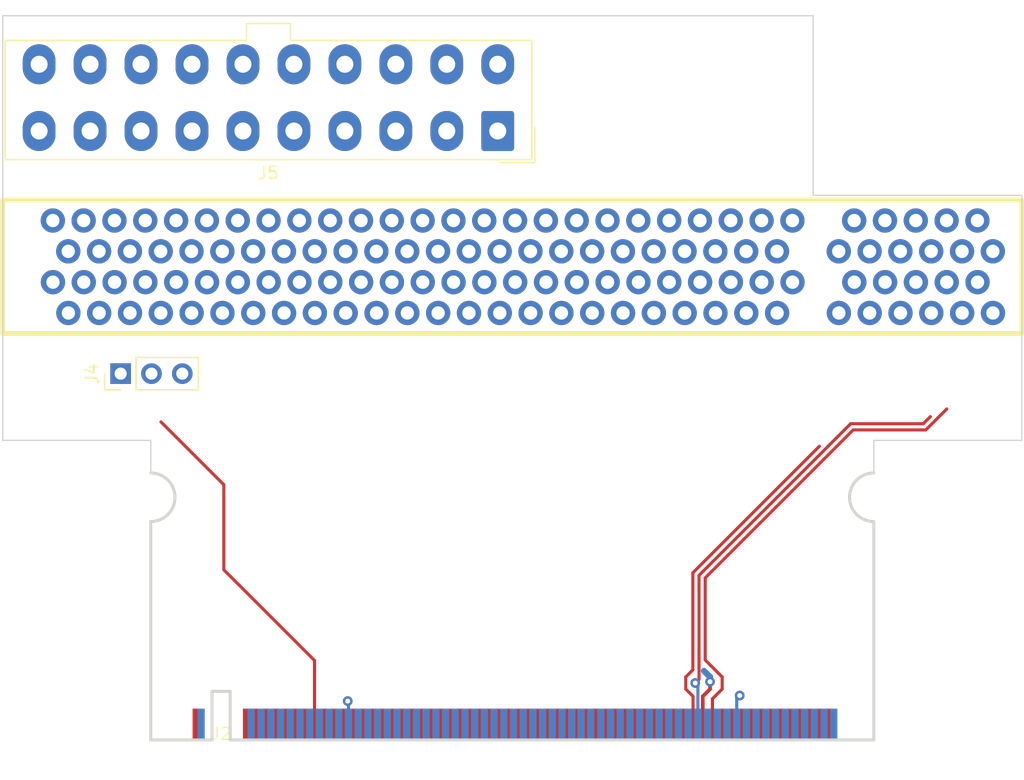
<source format=kicad_pcb>
(kicad_pcb (version 20221018) (generator pcbnew)
  (layers (0 "F.Cu" signal) (31 "B.Cu" signal) (34 "B.Paste" user) (35 "F.Paste" user) (36 "B.SilkS" user "B.Silkscreen") (37 "F.SilkS" user "F.Silkscreen") (38 "B.Mask" user) (39 "F.Mask" user) (44 "Edge.Cuts" user))
  (net 0 "")
  (net 1 "/-12V")
  (net 2 "/TCK")
  (net 3 "/GND")
  (net 4 "/TDO")
  (net 5 "/+5V")
  (net 6 "/INTB#")
  (net 7 "/INTD#")
  (net 8 "/PRSNT1#")
  (net 10 "/PRSNT2#")
  (net 12 "/CLK")
  (net 13 "/REQ#")
  (net 14 "/IOPWR")
  (net 15 "/AD31")
  (net 16 "/AD29")
  (net 17 "/AD27")
  (net 18 "/AD25")
  (net 19 "/+3.3V")
  (net 20 "/C{slash}BE3#")
  (net 21 "/AD23")
  (net 22 "/AD21")
  (net 23 "/AD19")
  (net 24 "/AD17")
  (net 25 "/C{slash}BE2#")
  (net 26 "/IRDY#")
  (net 27 "/DEVSEL#")
  (net 28 "/LOCK#")
  (net 29 "/PERR#")
  (net 30 "/SERR#")
  (net 31 "/C{slash}BE1#")
  (net 32 "/AD14")
  (net 33 "/AD12")
  (net 34 "/AD10")
  (net 35 "/M66EN")
  (net 36 "/AD08")
  (net 37 "/AD07")
  (net 38 "/AD05")
  (net 39 "/AD03")
  (net 40 "/AD01")
  (net 42 "/TRST#")
  (net 43 "/+12V")
  (net 44 "/TMS")
  (net 45 "/TDI")
  (net 46 "/INTA#")
  (net 47 "/INTC#")
  (net 50 "/+3.3VAUX")
  (net 51 "/RST#")
  (net 52 "/GNT#")
  (net 53 "/PME#")
  (net 54 "/AD30")
  (net 55 "/AD28")
  (net 56 "/AD26")
  (net 57 "/AD24")
  (net 58 "/IDSEL")
  (net 59 "/AD22")
  (net 60 "/AD20")
  (net 61 "/AD18")
  (net 62 "/AD16")
  (net 63 "/FRAME#")
  (net 64 "/TRDY#")
  (net 65 "/STOP#")
  (net 66 "/SMBCLK")
  (net 67 "/SMBDAT")
  (net 68 "/PAR")
  (net 69 "/AD15")
  (net 70 "/AD13")
  (net 71 "/AD11")
  (net 72 "/AD09")
  (net 73 "/C{slash}BE0#")
  (net 74 "/AD06")
  (net 75 "/AD04")
  (net 76 "/AD02")
  (net 77 "/AD00")
  (net 93 "/CHSGND")
  (net 100 "/3.3V")
  (net 104 "/CLKRUN#")
  (net 128 "/VCC5VA")
  (net 129 "/+5VMINI")
  (net 130 "/+5VMOLEX")
  (net 131 "Net-(J5-+3.3V-Pad1)")
  (net 134 "Net-(J5-GND-Pad13)")
  (net 135 "Net-(J5-+5V-Pad19)")
  (footprint "pci:5145154-1" (layer "F.Cu") (at 25 -39 180)
    (fp_text reference "J1" (at 0 -0.5 180 unlocked) (layer "F.SilkS") (effects (font (thickness 0.1))))
    (fp_text value "PCI")
    (fp_line (start -17 -5.5) (end -17 5.5) (stroke (width 0.4)) (layer "F.SilkS"))
    (fp_line (start -17 5.5) (end 67 5.5) (stroke (width 0.4)) (layer "F.SilkS"))
    (fp_line (start 67 -5.5) (end -17 -5.5) (stroke (width 0.4)) (layer "F.SilkS"))
    (fp_line (start 67 5.5) (end 67 -5.5) (stroke (width 0.4)) (layer "F.SilkS"))
    (pad "" np_thru_hole circle (at 0 0 180) (size 2.5 2.5) (drill 2.5) (layers "F&B.Cu" "*.Mask"))
    (pad "" np_thru_hole circle (at 64.77 0 180) (size 2.5 2.5) (drill 2.5) (layers "F&B.Cu" "*.Mask"))
    (pad "1" thru_hole circle (at 62.87 3.81 180) (size 2 2) (drill 1.1) (layers "*.Cu" "*.Mask") (net 1 "/-12V"))
    (pad "2" thru_hole circle (at 61.6 1.27 180) (size 2 2) (drill 1.1) (layers "*.Cu" "*.Mask") (net 2 "/TCK"))
    (pad "3" thru_hole circle (at 60.33 3.81 180) (size 2 2) (drill 1.1) (layers "*.Cu" "*.Mask") (net 3 "/GND"))
    (pad "4" thru_hole circle (at 59.06 1.27 180) (size 2 2) (drill 1.1) (layers "*.Cu" "*.Mask") (net 4 "/TDO"))
    (pad "5" thru_hole circle (at 57.79 3.81 180) (size 2 2) (drill 1.1) (layers "*.Cu" "*.Mask") (net 5 "/+5V"))
    (pad "6" thru_hole circle (at 56.52 1.27 180) (size 2 2) (drill 1.1) (layers "*.Cu" "*.Mask") (net 5 "/+5V"))
    (pad "7" thru_hole circle (at 55.25 3.81 180) (size 2 2) (drill 1.1) (layers "*.Cu" "*.Mask") (net 6 "/INTB#"))
    (pad "8" thru_hole circle (at 53.98 1.27 180) (size 2 2) (drill 1.1) (layers "*.Cu" "*.Mask") (net 7 "/INTD#"))
    (pad "9" thru_hole circle (at 52.71 3.81 180) (size 2 2) (drill 1.1) (layers "*.Cu" "*.Mask") (net 8 "/PRSNT1#"))
    (pad "10" thru_hole circle (at 51.44 1.27 180) (size 2 2) (drill 1.1) (layers "*.Cu" "*.Mask"))
    (pad "11" thru_hole circle (at 50.17 3.81 180) (size 2 2) (drill 1.1) (layers "*.Cu" "*.Mask") (net 10 "/PRSNT2#"))
    (pad "12" thru_hole circle (at 48.9 1.27 180) (size 2 2) (drill 1.1) (layers "*.Cu" "*.Mask") (net 3 "/GND"))
    (pad "13" thru_hole circle (at 47.63 3.81 180) (size 2 2) (drill 1.1) (layers "*.Cu" "*.Mask") (net 3 "/GND"))
    (pad "14" thru_hole circle (at 46.36 1.27 180) (size 2 2) (drill 1.1) (layers "*.Cu" "*.Mask"))
    (pad "15" thru_hole circle (at 45.09 3.81 180) (size 2 2) (drill 1.1) (layers "*.Cu" "*.Mask") (net 3 "/GND"))
    (pad "16" thru_hole circle (at 43.82 1.27 180) (size 2 2) (drill 1.1) (layers "*.Cu" "*.Mask") (net 12 "/CLK"))
    (pad "17" thru_hole circle (at 42.55 3.81 180) (size 2 2) (drill 1.1) (layers "*.Cu" "*.Mask") (net 3 "/GND"))
    (pad "18" thru_hole circle (at 41.28 1.27 180) (size 2 2) (drill 1.1) (layers "*.Cu" "*.Mask") (net 13 "/REQ#"))
    (pad "19" thru_hole circle (at 40.01 3.81 180) (size 2 2) (drill 1.1) (layers "*.Cu" "*.Mask") (net 14 "/IOPWR"))
    (pad "20" thru_hole circle (at 38.74 1.27 180) (size 2 2) (drill 1.1) (layers "*.Cu" "*.Mask") (net 15 "/AD31"))
    (pad "21" thru_hole circle (at 37.47 3.81 180) (size 2 2) (drill 1.1) (layers "*.Cu" "*.Mask") (net 16 "/AD29"))
    (pad "22" thru_hole circle (at 36.2 1.27 180) (size 2 2) (drill 1.1) (layers "*.Cu" "*.Mask") (net 3 "/GND"))
    (pad "23" thru_hole circle (at 34.93 3.81 180) (size 2 2) (drill 1.1) (layers "*.Cu" "*.Mask") (net 17 "/AD27"))
    (pad "24" thru_hole circle (at 33.66 1.27 180) (size 2 2) (drill 1.1) (layers "*.Cu" "*.Mask") (net 18 "/AD25"))
    (pad "25" thru_hole circle (at 32.39 3.81 180) (size 2 2) (drill 1.1) (layers "*.Cu" "*.Mask") (net 19 "/+3.3V"))
    (pad "26" thru_hole circle (at 31.12 1.27 180) (size 2 2) (drill 1.1) (layers "*.Cu" "*.Mask") (net 20 "/C{slash}BE3#"))
    (pad "27" thru_hole circle (at 29.85 3.81 180) (size 2 2) (drill 1.1) (layers "*.Cu" "*.Mask") (net 21 "/AD23"))
    (pad "28" thru_hole circle (at 28.58 1.27 180) (size 2 2) (drill 1.1) (layers "*.Cu" "*.Mask") (net 3 "/GND"))
    (pad "29" thru_hole circle (at 27.31 3.81 180) (size 2 2) (drill 1.1) (layers "*.Cu" "*.Mask") (net 22 "/AD21"))
    (pad "30" thru_hole circle (at 26.04 1.27 180) (size 2 2) (drill 1.1) (layers "*.Cu" "*.Mask") (net 23 "/AD19"))
    (pad "31" thru_hole circle (at 24.77 3.81 180) (size 2 2) (drill 1.1) (layers "*.Cu" "*.Mask") (net 19 "/+3.3V"))
    (pad "32" thru_hole circle (at 23.5 1.27 180) (size 2 2) (drill 1.1) (layers "*.Cu" "*.Mask") (net 24 "/AD17"))
    (pad "33" thru_hole circle (at 22.23 3.81 180) (size 2 2) (drill 1.1) (layers "*.Cu" "*.Mask") (net 25 "/C{slash}BE2#"))
    (pad "34" thru_hole circle (at 20.96 1.27 180) (size 2 2) (drill 1.1) (layers "*.Cu" "*.Mask") (net 3 "/GND"))
    (pad "35" thru_hole circle (at 19.69 3.81 180) (size 2 2) (drill 1.1) (layers "*.Cu" "*.Mask") (net 26 "/IRDY#"))
    (pad "36" thru_hole circle (at 18.42 1.27 180) (size 2 2) (drill 1.1) (layers "*.Cu" "*.Mask") (net 19 "/+3.3V"))
    (pad "37" thru_hole circle (at 17.15 3.81 180) (size 2 2) (drill 1.1) (layers "*.Cu" "*.Mask") (net 27 "/DEVSEL#"))
    (pad "38" thru_hole circle (at 15.88 1.27 180) (size 2 2) (drill 1.1) (layers "*.Cu" "*.Mask") (net 3 "/GND"))
    (pad "39" thru_hole circle (at 14.61 3.81 180) (size 2 2) (drill 1.1) (layers "*.Cu" "*.Mask") (net 28 "/LOCK#"))
    (pad "40" thru_hole circle (at 13.34 1.27 180) (size 2 2) (drill 1.1) (layers "*.Cu" "*.Mask") (net 29 "/PERR#"))
    (pad "41" thru_hole circle (at 12.07 3.81 180) (size 2 2) (drill 1.1) (layers "*.Cu" "*.Mask") (net 19 "/+3.3V"))
    (pad "42" thru_hole circle (at 10.8 1.27 180) (size 2 2) (drill 1.1) (layers "*.Cu" "*.Mask") (net 30 "/SERR#"))
    (pad "43" thru_hole circle (at 9.53 3.81 180) (size 2 2) (drill 1.1) (layers "*.Cu" "*.Mask") (net 19 "/+3.3V"))
    (pad "44" thru_hole circle (at 8.26 1.27 180) (size 2 2) (drill 1.1) (layers "*.Cu" "*.Mask") (net 31 "/C{slash}BE1#"))
    (pad "45" thru_hole circle (at 6.99 3.81 180) (size 2 2) (drill 1.1) (layers "*.Cu" "*.Mask") (net 32 "/AD14"))
    (pad "46" thru_hole circle (at 5.72 1.27 180) (size 2 2) (drill 1.1) (layers "*.Cu" "*.Mask") (net 3 "/GND"))
    (pad "47" thru_hole circle (at 4.45 3.81 180) (size 2 2) (drill 1.1) (layers "*.Cu" "*.Mask") (net 33 "/AD12"))
    (pad "48" thru_hole circle (at 3.18 1.27 180) (size 2 2) (drill 1.1) (layers "*.Cu" "*.Mask") (net 34 "/AD10"))
    (pad "49" thru_hole circle (at 1.91 3.81 180) (size 2 2) (drill 1.1) (layers "*.Cu" "*.Mask") (net 35 "/M66EN"))
    (pad "50" thru_hole circle (at -1.91 1.27 180) (size 2 2) (drill 1.1) (layers "*.Cu" "*.Mask") (net 36 "/AD08"))
    (pad "51" thru_hole circle (at -3.18 3.81 180) (size 2 2) (drill 1.1) (layers "*.Cu" "*.Mask") (net 37 "/AD07"))
    (pad "52" thru_hole circle (at -4.45 1.27 180) (size 2 2) (drill 1.1) (layers "*.Cu" "*.Mask") (net 19 "/+3.3V"))
    (pad "53" thru_hole circle (at -5.72 3.81 180) (size 2 2) (drill 1.1) (layers "*.Cu" "*.Mask") (net 38 "/AD05"))
    (pad "54" thru_hole circle (at -6.99 1.27 180) (size 2 2) (drill 1.1) (layers "*.Cu" "*.Mask") (net 39 "/AD03"))
    (pad "55" thru_hole circle (at -8.26 3.81 180) (size 2 2) (drill 1.1) (layers "*.Cu" "*.Mask") (net 3 "/GND"))
    (pad "56" thru_hole circle (at -9.53 1.27 180) (size 2 2) (drill 1.1) (layers "*.Cu" "*.Mask") (net 40 "/AD01"))
    (pad "57" thru_hole circle (at -10.8 3.81 180) (size 2 2) (drill 1.1) (layers "*.Cu" "*.Mask") (net 14 "/IOPWR"))
    (pad "58" thru_hole circle (at -12.07 1.27 180) (size 2 2) (drill 1.1) (layers "*.Cu" "*.Mask"))
    (pad "59" thru_hole circle (at -13.34 3.81 180) (size 2 2) (drill 1.1) (layers "*.Cu" "*.Mask") (net 5 "/+5V"))
    (pad "60" thru_hole circle (at -14.61 1.27 180) (size 2 2) (drill 1.1) (layers "*.Cu" "*.Mask") (net 5 "/+5V"))
    (pad "61" thru_hole circle (at 62.86 -1.27 180) (size 2 2) (drill 1.1) (layers "*.Cu" "*.Mask") (net 42 "/TRST#"))
    (pad "62" thru_hole circle (at 61.59 -3.81 180) (size 2 2) (drill 1.1) (layers "*.Cu" "*.Mask") (net 43 "/+12V"))
    (pad "63" thru_hole circle (at 60.32 -1.27 180) (size 2 2) (drill 1.1) (layers "*.Cu" "*.Mask") (net 44 "/TMS"))
    (pad "64" thru_hole circle (at 59.05 -3.81 180) (size 2 2) (drill 1.1) (layers "*.Cu" "*.Mask") (net 45 "/TDI"))
    (pad "65" thru_hole circle (at 57.78 -1.27 180) (size 2 2) (drill 1.1) (layers "*.Cu" "*.Mask") (net 5 "/+5V"))
    (pad "66" thru_hole circle (at 56.51 -3.81 180) (size 2 2) (drill 1.1) (layers "*.Cu" "*.Mask") (net 46 "/INTA#"))
    (pad "67" thru_hole circle (at 55.24 -1.27 180) (size 2 2) (drill 1.1) (layers "*.Cu" "*.Mask") (net 47 "/INTC#"))
    (pad "68" thru_hole circle (at 53.97 -3.81 180) (size 2 2) (drill 1.1) (layers "*.Cu" "*.Mask") (net 5 "/+5V"))
    (pad "69" thru_hole circle (at 52.7 -1.27 180) (size 2 2) (drill 1.1) (layers "*.Cu" "*.Mask"))
    (pad "70" thru_hole circle (at 51.43 -3.81 180) (size 2 2) (drill 1.1) (layers "*.Cu" "*.Mask") (net 14 "/IOPWR"))
    (pad "71" thru_hole circle (at 50.16 -1.27 180) (size 2 2) (drill 1.1) (layers "*.Cu" "*.Mask"))
    (pad "72" thru_hole circle (at 48.89 -3.81 180) (size 2 2) (drill 1.1) (layers "*.Cu" "*.Mask") (net 3 "/GND"))
    (pad "73" thru_hole circle (at 47.62 -1.27 180) (size 2 2) (drill 1.1) (layers "*.Cu" "*.Mask") (net 3 "/GND"))
    (pad "74" thru_hole circle (at 46.35 -3.81 180) (size 2 2) (drill 1.1) (layers "*.Cu" "*.Mask") (net 50 "/+3.3VAUX"))
    (pad "75" thru_hole circle (at 45.08 -1.27 180) (size 2 2) (drill 1.1) (layers "*.Cu" "*.Mask") (net 51 "/RST#"))
    (pad "76" thru_hole circle (at 43.81 -3.81 180) (size 2 2) (drill 1.1) (layers "*.Cu" "*.Mask") (net 14 "/IOPWR"))
    (pad "77" thru_hole circle (at 42.54 -1.27 180) (size 2 2) (drill 1.1) (layers "*.Cu" "*.Mask") (net 52 "/GNT#"))
    (pad "78" thru_hole circle (at 41.27 -3.81 180) (size 2 2) (drill 1.1) (layers "*.Cu" "*.Mask") (net 3 "/GND"))
    (pad "79" thru_hole circle (at 40 -1.27 180) (size 2 2) (drill 1.1) (layers "*.Cu" "*.Mask") (net 53 "/PME#"))
    (pad "80" thru_hole circle (at 38.73 -3.81 180) (size 2 2) (drill 1.1) (layers "*.Cu" "*.Mask") (net 54 "/AD30"))
    (pad "81" thru_hole circle (at 37.46 -1.27 180) (size 2 2) (drill 1.1) (layers "*.Cu" "*.Mask") (net 19 "/+3.3V"))
    (pad "82" thru_hole circle (at 36.19 -3.81 180) (size 2 2) (drill 1.1) (layers "*.Cu" "*.Mask") (net 55 "/AD28"))
    (pad "83" thru_hole circle (at 34.92 -1.27 180) (size 2 2) (drill 1.1) (layers "*.Cu" "*.Mask") (net 56 "/AD26"))
    (pad "84" thru_hole circle (at 33.65 -3.81 180) (size 2 2) (drill 1.1) (layers "*.Cu" "*.Mask") (net 3 "/GND"))
    (pad "85" thru_hole circle (at 32.38 -1.27 180) (size 2 2) (drill 1.1) (layers "*.Cu" "*.Mask") (net 57 "/AD24"))
    (pad "86" thru_hole circle (at 31.11 -3.81 180) (size 2 2) (drill 1.1) (layers "*.Cu" "*.Mask") (net 58 "/IDSEL"))
    (pad "87" thru_hole circle (at 29.84 -1.27 180) (size 2 2) (drill 1.1) (layers "*.Cu" "*.Mask") (net 19 "/+3.3V"))
    (pad "88" thru_hole circle (at 28.57 -3.81 180) (size 2 2) (drill 1.1) (layers "*.Cu" "*.Mask") (net 59 "/AD22"))
    (pad "89" thru_hole circle (at 27.3 -1.27 180) (size 2 2) (drill 1.1) (layers "*.Cu" "*.Mask") (net 60 "/AD20"))
    (pad "90" thru_hole circle (at 26.03 -3.81 180) (size 2 2) (drill 1.1) (layers "*.Cu" "*.Mask") (net 3 "/GND"))
    (pad "91" thru_hole circle (at 24.76 -1.27 180) (size 2 2) (drill 1.1) (layers "*.Cu" "*.Mask") (net 61 "/AD18"))
    (pad "92" thru_hole circle (at 23.49 -3.81 180) (size 2 2) (drill 1.1) (layers "*.Cu" "*.Mask") (net 62 "/AD16"))
    (pad "93" thru_hole circle (at 22.22 -1.27 180) (size 2 2) (drill 1.1) (layers "*.Cu" "*.Mask") (net 19 "/+3.3V"))
    (pad "94" thru_hole circle (at 20.95 -3.81 180) (size 2 2) (drill 1.1) (layers "*.Cu" "*.Mask") (net 63 "/FRAME#"))
    (pad "95" thru_hole circle (at 19.68 -1.27 180) (size 2 2) (drill 1.1) (layers "*.Cu" "*.Mask") (net 3 "/GND"))
    (pad "96" thru_hole circle (at 18.41 -3.81 180) (size 2 2) (drill 1.1) (layers "*.Cu" "*.Mask") (net 64 "/TRDY#"))
    (pad "97" thru_hole circle (at 17.14 -1.27 180) (size 2 2) (drill 1.1) (layers "*.Cu" "*.Mask") (net 3 "/GND"))
    (pad "98" thru_hole circle (at 15.87 -3.81 180) (size 2 2) (drill 1.1) (layers "*.Cu" "*.Mask") (net 65 "/STOP#"))
    (pad "99" thru_hole circle (at 14.6 -1.27 180) (size 2 2) (drill 1.1) (layers "*.Cu" "*.Mask") (net 19 "/+3.3V"))
    (pad "100" thru_hole circle (at 13.33 -3.81 180) (size 2 2) (drill 1.1) (layers "*.Cu" "*.Mask") (net 66 "/SMBCLK"))
    (pad "101" thru_hole circle (at 12.06 -1.27 180) (size 2 2) (drill 1.1) (layers "*.Cu" "*.Mask") (net 67 "/SMBDAT"))
    (pad "102" thru_hole circle (at 10.79 -3.81 180) (size 2 2) (drill 1.1) (layers "*.Cu" "*.Mask") (net 3 "/GND"))
    (pad "103" thru_hole circle (at 9.52 -1.27 180) (size 2 2) (drill 1.1) (layers "*.Cu" "*.Mask") (net 68 "/PAR"))
    (pad "104" thru_hole circle (at 8.25 -3.81 180) (size 2 2) (drill 1.1) (layers "*.Cu" "*.Mask") (net 69 "/AD15"))
    (pad "105" thru_hole circle (at 6.98 -1.27 180) (size 2 2) (drill 1.1) (layers "*.Cu" "*.Mask") (net 19 "/+3.3V"))
    (pad "106" thru_hole circle (at 5.71 -3.81 180) (size 2 2) (drill 1.1) (layers "*.Cu" "*.Mask") (net 70 "/AD13"))
    (pad "107" thru_hole circle (at 4.44 -1.27 180) (size 2 2) (drill 1.1) (layers "*.Cu" "*.Mask") (net 71 "/AD11"))
    (pad "108" thru_hole circle (at 3.17 -3.81 180) (size 2 2) (drill 1.1) (layers "*.Cu" "*.Mask") (net 3 "/GND"))
    (pad "109" thru_hole circle (at 1.9 -1.27 180) (size 2 2) (drill 1.1) (layers "*.Cu" "*.Mask") (net 72 "/AD09"))
    (pad "110" thru_hole circle (at -1.92 -3.81 180) (size 2 2) (drill 1.1) (layers "*.Cu" "*.Mask") (net 73 "/C{slash}BE0#"))
    (pad "111" thru_hole circle (at -3.19 -1.27 180) (size 2 2) (drill 1.1) (layers "*.Cu" "*.Mask") (net 19 "/+3.3V"))
    (pad "112" thru_hole circle (at -4.46 -3.81 180) (size 2 2) (drill 1.1) (layers "*.Cu" "*.Mask") (net 74 "/AD06"))
    (pad "113" thru_hole circle (at -5.73 -1.27 180) (size 2 2) (drill 1.1) (layers "*.Cu" "*.Mask") (net 75 "/AD04"))
    (pad "114" thru_hole circle (at -7 -3.81 180) (size 2 2) (drill 1.1) (layers "*.Cu" "*.Mask") (net 3 "/GND"))
    (pad "115" thru_hole circle (at -8.27 -1.27 180) (size 2 2) (drill 1.1) (layers "*.Cu" "*.Mask") (net 76 "/AD02"))
    (pad "116" thru_hole circle (at -9.54 -3.81 180) (size 2 2) (drill 1.1) (layers "*.Cu" "*.Mask") (net 77 "/AD00"))
    (pad "117" thru_hole circle (at -10.81 -1.27 180) (size 2 2) (drill 1.1) (layers "*.Cu" "*.Mask") (net 14 "/IOPWR"))
    (pad "118" thru_hole circle (at -12.08 -3.81 180) (size 2 2) (drill 1.1) (layers "*.Cu" "*.Mask"))
    (pad "119" thru_hole circle (at -13.35 -1.27 180) (size 2 2) (drill 1.1) (layers "*.Cu" "*.Mask") (net 5 "/+5V"))
    (pad "120" thru_hole circle (at -14.62 -3.81 180) (size 2 2) (drill 1.1) (layers "*.Cu" "*.Mask") (net 5 "/+5V"))
  )
  (footprint "pci:minipci" (layer "F.Cu") (at -24 0)
    (fp_text reference "J2" (at 0 -0.5 unlocked) (layer "F.SilkS") (effects (font (thickness 0.1))))
    (fp_text value "MINI PCI EDGE")
    (fp_line (start -5.8 0) (end -5.8 -18) (stroke (width 0.25)) (layer "Edge.Cuts"))
    (fp_line (start -5.8 0) (end -0.75 0) (stroke (width 0.25)) (layer "Edge.Cuts"))
    (fp_line (start -0.75 -4) (end 0.75 -4) (stroke (width 0.25)) (layer "Edge.Cuts"))
    (fp_line (start -0.75 0) (end -0.75 -4) (stroke (width 0.25)) (layer "Edge.Cuts"))
    (fp_line (start 0.75 -4) (end 0.75 0) (stroke (width 0.25)) (layer "Edge.Cuts"))
    (fp_line (start 0.75 0) (end 53.8 0) (stroke (width 0.25)) (layer "Edge.Cuts"))
    (fp_line (start 53.8 0) (end 53.8 -18) (stroke (width 0.25)) (layer "Edge.Cuts"))
    (fp_arc (start -5.8 -22) (mid -3.8 -20) (end -5.8 -18) (stroke (width 0.25)) (layer "Edge.Cuts"))
    (fp_arc (start 53.8 -18) (mid 51.8 -20) (end 53.8 -22) (stroke (width 0.25)) (layer "Edge.Cuts"))
    (pad "1" smd rect (at -2.05 -1.3) (size 0.6 2.55) (layers "F.Cu" "F.Paste" "F.Mask"))
    (pad "2" smd rect (at -1.65 -1.3) (size 0.6 2.55) (layers "B.Cu" "B.Paste" "B.Mask"))
    (pad "3" smd rect (at 2.1 -1.3) (size 0.6 2.55) (layers "F.Cu" "F.Paste" "F.Mask"))
    (pad "4" smd rect (at 2.47 -1.3) (size 0.6 2.55) (layers "B.Cu" "B.Paste" "B.Mask"))
    (pad "5" smd rect (at 2.9 -1.3) (size 0.6 2.55) (layers "F.Cu" "F.Paste" "F.Mask"))
    (pad "6" smd rect (at 3.3 -1.3) (size 0.6 2.55) (layers "B.Cu" "B.Paste" "B.Mask"))
    (pad "7" smd rect (at 3.7 -1.3) (size 0.6 2.55) (layers "F.Cu" "F.Paste" "F.Mask"))
    (pad "8" smd rect (at 4.1 -1.3) (size 0.6 2.55) (layers "B.Cu" "B.Paste" "B.Mask"))
    (pad "9" smd rect (at 4.5 -1.3) (size 0.6 2.55) (layers "F.Cu" "F.Paste" "F.Mask"))
    (pad "10" smd rect (at 4.9 -1.3) (size 0.6 2.55) (layers "B.Cu" "B.Paste" "B.Mask"))
    (pad "11" smd rect (at 5.3 -1.3) (size 0.6 2.55) (layers "F.Cu" "F.Paste" "F.Mask"))
    (pad "12" smd rect (at 5.7 -1.3) (size 0.6 2.55) (layers "B.Cu" "B.Paste" "B.Mask"))
    (pad "13" smd rect (at 6.1 -1.3) (size 0.6 2.55) (layers "F.Cu" "F.Paste" "F.Mask"))
    (pad "14" smd rect (at 6.5 -1.3) (size 0.6 2.55) (layers "B.Cu" "B.Paste" "B.Mask"))
    (pad "15" smd rect (at 6.9 -1.3) (size 0.6 2.55) (layers "F.Cu" "F.Paste" "F.Mask") (net 93 "/CHSGND"))
    (pad "16" smd rect (at 7.3 -1.3) (size 0.6 2.55) (layers "B.Cu" "B.Paste" "B.Mask"))
    (pad "17" smd rect (at 7.7 -1.3) (size 0.6 2.55) (layers "F.Cu" "F.Paste" "F.Mask") (net 6 "/INTB#"))
    (pad "18" smd rect (at 8.1 -1.3) (size 0.6 2.55) (layers "B.Cu" "B.Paste" "B.Mask"))
    (pad "19" smd rect (at 8.5 -1.3) (size 0.6 2.55) (layers "F.Cu" "F.Paste" "F.Mask") (net 19 "/+3.3V"))
    (pad "20" smd rect (at 8.9 -1.3) (size 0.6 2.55) (layers "B.Cu" "B.Paste" "B.Mask"))
    (pad "21" smd rect (at 9.3 -1.3) (size 0.6 2.55) (layers "F.Cu" "F.Paste" "F.Mask"))
    (pad "22" smd rect (at 9.7 -1.3) (size 0.6 2.55) (layers "B.Cu" "B.Paste" "B.Mask"))
    (pad "23" smd rect (at 10.1 -1.3) (size 0.6 2.55) (layers "F.Cu" "F.Paste" "F.Mask") (net 3 "/GND"))
    (pad "24" smd rect (at 10.5 -1.3) (size 0.6 2.55) (layers "B.Cu" "B.Paste" "B.Mask") (net 50 "/+3.3VAUX"))
    (pad "25" smd rect (at 10.9 -1.3) (size 0.6 2.55) (layers "F.Cu" "F.Paste" "F.Mask") (net 12 "/CLK"))
    (pad "26" smd rect (at 11.3 -1.3) (size 0.6 2.55) (layers "B.Cu" "B.Paste" "B.Mask") (net 51 "/RST#"))
    (pad "27" smd rect (at 11.7 -1.3) (size 0.6 2.55) (layers "F.Cu" "F.Paste" "F.Mask"))
    (pad "28" smd rect (at 12.1 -1.3) (size 0.6 2.55) (layers "B.Cu" "B.Paste" "B.Mask") (net 19 "/+3.3V"))
    (pad "29" smd rect (at 12.5 -1.3) (size 0.6 2.55) (layers "F.Cu" "F.Paste" "F.Mask") (net 13 "/REQ#"))
    (pad "30" smd rect (at 12.9 -1.3) (size 0.6 2.55) (layers "B.Cu" "B.Paste" "B.Mask") (net 52 "/GNT#"))
    (pad "31" smd rect (at 13.3 -1.3) (size 0.6 2.55) (layers "F.Cu" "F.Paste" "F.Mask") (net 100 "/3.3V"))
    (pad "32" smd rect (at 13.7 -1.3) (size 0.6 2.55) (layers "B.Cu" "B.Paste" "B.Mask") (net 3 "/GND"))
    (pad "33" smd rect (at 14.1 -1.3) (size 0.6 2.55) (layers "F.Cu" "F.Paste" "F.Mask") (net 15 "/AD31"))
    (pad "34" smd rect (at 14.5 -1.3) (size 0.6 2.55) (layers "B.Cu" "B.Paste" "B.Mask") (net 53 "/PME#"))
    (pad "35" smd rect (at 14.9 -1.3) (size 0.6 2.55) (layers "F.Cu" "F.Paste" "F.Mask") (net 16 "/AD29"))
    (pad "36" smd rect (at 15.3 -1.3) (size 0.6 2.55) (layers "B.Cu" "B.Paste" "B.Mask"))
    (pad "37" smd rect (at 15.7 -1.3) (size 0.6 2.55) (layers "F.Cu" "F.Paste" "F.Mask") (net 3 "/GND"))
    (pad "38" smd rect (at 16.1 -1.3) (size 0.6 2.55) (layers "B.Cu" "B.Paste" "B.Mask") (net 54 "/AD30"))
    (pad "39" smd rect (at 16.5 -1.3) (size 0.6 2.55) (layers "F.Cu" "F.Paste" "F.Mask") (net 17 "/AD27"))
    (pad "40" smd rect (at 16.9 -1.3) (size 0.6 2.55) (layers "B.Cu" "B.Paste" "B.Mask") (net 19 "/+3.3V"))
    (pad "41" smd rect (at 17.3 -1.3) (size 0.6 2.55) (layers "F.Cu" "F.Paste" "F.Mask") (net 18 "/AD25"))
    (pad "42" smd rect (at 17.7 -1.3) (size 0.6 2.55) (layers "B.Cu" "B.Paste" "B.Mask") (net 55 "/AD28"))
    (pad "43" smd rect (at 18.1 -1.3) (size 0.6 2.55) (layers "F.Cu" "F.Paste" "F.Mask"))
    (pad "44" smd rect (at 18.5 -1.3 180) (size 0.6 2.55) (layers "B.Cu" "B.Paste" "B.Mask") (net 56 "/AD26"))
    (pad "45" smd rect (at 18.9 -1.3 180) (size 0.6 2.55) (layers "F.Cu" "F.Paste" "F.Mask") (net 20 "/C{slash}BE3#"))
    (pad "46" smd rect (at 19.3 -1.3 180) (size 0.6 2.55) (layers "B.Cu" "B.Paste" "B.Mask") (net 57 "/AD24"))
    (pad "47" smd rect (at 19.7 -1.3 180) (size 0.6 2.55) (layers "F.Cu" "F.Paste" "F.Mask") (net 21 "/AD23"))
    (pad "48" smd rect (at 20.1 -1.3 180) (size 0.6 2.55) (layers "B.Cu" "B.Paste" "B.Mask") (net 58 "/IDSEL"))
    (pad "49" smd rect (at 20.5 -1.3 180) (size 0.6 2.55) (layers "F.Cu" "F.Paste" "F.Mask") (net 3 "/GND"))
    (pad "50" smd rect (at 20.9 -1.3 180) (size 0.6 2.55) (layers "B.Cu" "B.Paste" "B.Mask") (net 3 "/GND"))
    (pad "51" smd rect (at 21.3 -1.3 180) (size 0.6 2.55) (layers "F.Cu" "F.Paste" "F.Mask") (net 22 "/AD21"))
    (pad "52" smd rect (at 21.7 -1.3 180) (size 0.6 2.55) (layers "B.Cu" "B.Paste" "B.Mask") (net 59 "/AD22"))
    (pad "53" smd rect (at 22.1 -1.3 180) (size 0.6 2.55) (layers "F.Cu" "F.Paste" "F.Mask") (net 23 "/AD19"))
    (pad "54" smd rect (at 22.5 -1.3 180) (size 0.6 2.55) (layers "B.Cu" "B.Paste" "B.Mask") (net 60 "/AD20"))
    (pad "55" smd rect (at 22.9 -1.3 180) (size 0.6 2.55) (layers "F.Cu" "F.Paste" "F.Mask"))
    (pad "56" smd rect (at 23.3 -1.3 180) (size 0.6 2.55) (layers "B.Cu" "B.Paste" "B.Mask") (net 68 "/PAR"))
    (pad "57" smd rect (at 23.7 -1.3 180) (size 0.6 2.55) (layers "F.Cu" "F.Paste" "F.Mask") (net 24 "/AD17"))
    (pad "58" smd rect (at 24.1 -1.3 180) (size 0.6 2.55) (layers "B.Cu" "B.Paste" "B.Mask") (net 61 "/AD18"))
    (pad "59" smd rect (at 24.5 -1.3 180) (size 0.6 2.55) (layers "F.Cu" "F.Paste" "F.Mask") (net 25 "/C{slash}BE2#"))
    (pad "60" smd rect (at 24.9 -1.3 180) (size 0.6 2.55) (layers "B.Cu" "B.Paste" "B.Mask") (net 62 "/AD16"))
    (pad "61" smd rect (at 25.3 -1.3) (size 0.6 2.55) (layers "F.Cu" "F.Paste" "F.Mask") (net 26 "/IRDY#"))
    (pad "62" smd rect (at 25.7 -1.3) (size 0.6 2.55) (layers "B.Cu" "B.Paste" "B.Mask") (net 3 "/GND"))
    (pad "63" smd rect (at 26.1 -1.3) (size 0.6 2.55) (layers "F.Cu" "F.Paste" "F.Mask") (net 19 "/+3.3V"))
    (pad "64" smd rect (at 26.5 -1.3) (size 0.6 2.55) (layers "B.Cu" "B.Paste" "B.Mask") (net 63 "/FRAME#"))
    (pad "65" smd rect (at 26.9 -1.3) (size 0.6 2.55) (layers "F.Cu" "F.Paste" "F.Mask") (net 104 "/CLKRUN#"))
    (pad "66" smd rect (at 27.3 -1.3) (size 0.6 2.55) (layers "B.Cu" "B.Paste" "B.Mask") (net 64 "/TRDY#"))
    (pad "67" smd rect (at 27.7 -1.3) (size 0.6 2.55) (layers "F.Cu" "F.Paste" "F.Mask") (net 30 "/SERR#"))
    (pad "68" smd rect (at 28.1 -1.3) (size 0.6 2.55) (layers "B.Cu" "B.Paste" "B.Mask") (net 65 "/STOP#"))
    (pad "69" smd rect (at 28.5 -1.3) (size 0.6 2.55) (layers "F.Cu" "F.Paste" "F.Mask") (net 3 "/GND"))
    (pad "70" smd rect (at 28.9 -1.3) (size 0.6 2.55) (layers "B.Cu" "B.Paste" "B.Mask") (net 19 "/+3.3V"))
    (pad "71" smd rect (at 29.3 -1.3) (size 0.6 2.55) (layers "F.Cu" "F.Paste" "F.Mask") (net 29 "/PERR#"))
    (pad "72" smd rect (at 29.67 -1.3) (size 0.6 2.55) (layers "B.Cu" "B.Paste" "B.Mask") (net 27 "/DEVSEL#"))
    (pad "73" smd rect (at 30.1 -1.3) (size 0.6 2.55) (layers "F.Cu" "F.Paste" "F.Mask") (net 31 "/C{slash}BE1#"))
    (pad "74" smd rect (at 30.47 -1.3) (size 0.6 2.55) (layers "B.Cu" "B.Paste" "B.Mask") (net 3 "/GND"))
    (pad "75" smd rect (at 30.9 -1.3) (size 0.6 2.55) (layers "F.Cu" "F.Paste" "F.Mask") (net 32 "/AD14"))
    (pad "76" smd rect (at 31.3 -1.3) (size 0.6 2.55) (layers "B.Cu" "B.Paste" "B.Mask") (net 69 "/AD15"))
    (pad "77" smd rect (at 31.7 -1.3) (size 0.6 2.55) (layers "F.Cu" "F.Paste" "F.Mask"))
    (pad "78" smd rect (at 32.1 -1.3) (size 0.6 2.55) (layers "B.Cu" "B.Paste" "B.Mask") (net 70 "/AD13"))
    (pad "79" smd rect (at 32.5 -1.3) (size 0.6 2.55) (layers "F.Cu" "F.Paste" "F.Mask") (net 33 "/AD12"))
    (pad "80" smd rect (at 32.9 -1.3) (size 0.6 2.55) (layers "B.Cu" "B.Paste" "B.Mask") (net 71 "/AD11"))
    (pad "81" smd rect (at 33.3 -1.3) (size 0.6 2.55) (layers "F.Cu" "F.Paste" "F.Mask") (net 34 "/AD10"))
    (pad "82" smd rect (at 33.7 -1.3) (size 0.6 2.55) (layers "B.Cu" "B.Paste" "B.Mask") (net 3 "/GND"))
    (pad "83" smd rect (at 34.1 -1.3) (size 0.6 2.55) (layers "F.Cu" "F.Paste" "F.Mask") (net 3 "/GND"))
    (pad "84" smd rect (at 34.5 -1.3) (size 0.6 2.55) (layers "B.Cu" "B.Paste" "B.Mask") (net 72 "/AD09"))
    (pad "85" smd rect (at 34.9 -1.3) (size 0.6 2.55) (layers "F.Cu" "F.Paste" "F.Mask") (net 36 "/AD08"))
    (pad "86" smd rect (at 35.3 -1.3) (size 0.6 2.55) (layers "B.Cu" "B.Paste" "B.Mask") (net 73 "/C{slash}BE0#"))
    (pad "87" smd rect (at 35.7 -1.3) (size 0.6 2.55) (layers "F.Cu" "F.Paste" "F.Mask") (net 37 "/AD07"))
    (pad "88" smd rect (at 36.1 -1.3) (size 0.6 2.55) (layers "B.Cu" "B.Paste" "B.Mask") (net 19 "/+3.3V"))
    (pad "89" smd rect (at 36.5 -1.3) (size 0.6 2.55) (layers "F.Cu" "F.Paste" "F.Mask") (net 19 "/+3.3V"))
    (pad "90" smd rect (at 36.9 -1.3) (size 0.6 2.55) (layers "B.Cu" "B.Paste" "B.Mask") (net 74 "/AD06"))
    (pad "91" smd rect (at 37.3 -1.3) (size 0.6 2.55) (layers "F.Cu" "F.Paste" "F.Mask") (net 38 "/AD05"))
    (pad "92" smd rect (at 37.7 -1.3) (size 0.6 2.55) (layers "B.Cu" "B.Paste" "B.Mask") (net 75 "/AD04"))
    (pad "93" smd rect (at 38.1 -1.3) (size 0.6 2.55) (layers "F.Cu" "F.Paste" "F.Mask"))
    (pad "94" smd rect (at 38.5 -1.3) (size 0.6 2.55) (layers "B.Cu" "B.Paste" "B.Mask") (net 76 "/AD02"))
    (pad "95" smd rect (at 38.9 -1.3) (size 0.6 2.55) (layers "F.Cu" "F.Paste" "F.Mask") (net 39 "/AD03"))
    (pad "96" smd rect (at 39.3 -1.3) (size 0.6 2.55) (layers "B.Cu" "B.Paste" "B.Mask") (net 77 "/AD00"))
    (pad "97" smd rect (at 39.7 -1.3) (size 0.6 2.55) (layers "F.Cu" "F.Paste" "F.Mask") (net 129 "/+5VMINI"))
    (pad "98" smd rect (at 40.1 -1.3) (size 0.6 2.55) (layers "B.Cu" "B.Paste" "B.Mask"))
    (pad "99" smd rect (at 40.5 -1.3) (size 0.6 2.55) (layers "F.Cu" "F.Paste" "F.Mask") (net 40 "/AD01"))
    (pad "100" smd rect (at 40.9 -1.3) (size 0.6 2.55) (layers "B.Cu" "B.Paste" "B.Mask"))
    (pad "101" smd rect (at 41.3 -1.3) (size 0.6 2.55) (layers "F.Cu" "F.Paste" "F.Mask") (net 3 "/GND"))
    (pad "102" smd rect (at 41.7 -1.3) (size 0.6 2.55) (layers "B.Cu" "B.Paste" "B.Mask") (net 3 "/GND"))
    (pad "103" smd rect (at 42.1 -1.3) (size 0.6 2.55) (layers "F.Cu" "F.Paste" "F.Mask"))
    (pad "104" smd rect (at 42.5 -1.3) (size 0.6 2.55) (layers "B.Cu" "B.Paste" "B.Mask") (net 35 "/M66EN"))
    (pad "105" smd rect (at 42.9 -1.3) (size 0.6 2.55) (layers "F.Cu" "F.Paste" "F.Mask"))
    (pad "106" smd rect (at 43.3 -1.3) (size 0.6 2.55) (layers "B.Cu" "B.Paste" "B.Mask"))
    (pad "107" smd rect (at 43.7 -1.3) (size 0.6 2.55) (layers "F.Cu" "F.Paste" "F.Mask"))
    (pad "108" smd rect (at 44.1 -1.3) (size 0.6 2.55) (layers "B.Cu" "B.Paste" "B.Mask"))
    (pad "109" smd rect (at 44.5 -1.3) (size 0.6 2.55) (layers "F.Cu" "F.Paste" "F.Mask"))
    (pad "110" smd rect (at 44.9 -1.3) (size 0.6 2.55) (layers "B.Cu" "B.Paste" "B.Mask"))
    (pad "111" smd rect (at 45.3 -1.3) (size 0.6 2.55) (layers "F.Cu" "F.Paste" "F.Mask"))
    (pad "112" smd rect (at 45.7 -1.3) (size 0.6 2.55) (layers "B.Cu" "B.Paste" "B.Mask"))
    (pad "113" smd rect (at 46.1 -1.3) (size 0.6 2.55) (layers "F.Cu" "F.Paste" "F.Mask"))
    (pad "114" smd rect (at 46.5 -1.3) (size 0.6 2.55) (layers "B.Cu" "B.Paste" "B.Mask"))
    (pad "115" smd rect (at 46.9 -1.3) (size 0.6 2.55) (layers "F.Cu" "F.Paste" "F.Mask"))
    (pad "116" smd rect (at 47.3 -1.3) (size 0.6 2.55) (layers "B.Cu" "B.Paste" "B.Mask"))
    (pad "117" smd rect (at 47.7 -1.3) (size 0.6 2.55) (layers "F.Cu" "F.Paste" "F.Mask"))
    (pad "118" smd rect (at 48.1 -1.3) (size 0.6 2.55) (layers "B.Cu" "B.Paste" "B.Mask"))
    (pad "119" smd rect (at 48.5 -1.3) (size 0.6 2.55) (layers "F.Cu" "F.Paste" "F.Mask"))
    (pad "120" smd rect (at 48.9 -1.3) (size 0.6 2.55) (layers "B.Cu" "B.Paste" "B.Mask"))
    (pad "121" smd rect (at 49.3 -1.3) (size 0.6 2.55) (layers "F.Cu" "F.Paste" "F.Mask"))
    (pad "122" smd rect (at 49.7 -1.3) (size 0.6 2.55) (layers "B.Cu" "B.Paste" "B.Mask"))
    (pad "123" smd rect (at 50.1 -1.3) (size 0.6 2.55) (layers "F.Cu" "F.Paste" "F.Mask") (net 128 "/VCC5VA"))
    (pad "124" smd rect (at 50.5 -1.3) (size 0.6 2.55) (layers "B.Cu" "B.Paste" "B.Mask") (net 50 "/+3.3VAUX"))
  )
  (footprint "Connector_PinHeader_2.54mm:PinHeader_1x03_P2.54mm_Vertical" (layer "F.Cu") (at -32.28 -30.1888 90)
    (fp_text reference "J4" (at 0 -2.33 90) (layer "F.SilkS"))
    (fp_text value "5V SOURCE SELECT")
    (fp_line (start -1.33 -1.33) (end 0 -1.33) (stroke (width 0.12)) (layer "F.SilkS"))
    (fp_line (start -1.33 0) (end -1.33 -1.33) (stroke (width 0.12)) (layer "F.SilkS"))
    (fp_line (start -1.33 1.27) (end -1.33 6.41) (stroke (width 0.12)) (layer "F.SilkS"))
    (fp_line (start -1.33 1.27) (end 1.33 1.27) (stroke (width 0.12)) (layer "F.SilkS"))
    (fp_line (start -1.33 6.41) (end 1.33 6.41) (stroke (width 0.12)) (layer "F.SilkS"))
    (fp_line (start 1.33 1.27) (end 1.33 6.41) (stroke (width 0.12)) (layer "F.SilkS"))
    (pad "1" thru_hole rect (at 0 0 90) (size 1.7 1.7) (drill 1) (layers "*.Cu" "*.Mask") (net 130 "/+5VMOLEX"))
    (pad "2" thru_hole oval (at 0 2.54 90) (size 1.7 1.7) (drill 1) (layers "*.Cu" "*.Mask") (net 5 "/+5V"))
    (pad "3" thru_hole oval (at 0 5.08 90) (size 1.7 1.7) (drill 1) (layers "*.Cu" "*.Mask") (net 129 "/+5VMINI"))
  )
  (footprint "Connector_Molex:Molex_Mini-Fit_Jr_5566-20A_2x10_P4.20mm_Vertical" (layer "F.Cu") (at -1.2 -50.1888 180)
    (fp_text reference "J5" (at 18.9 -3.45 180) (layer "F.SilkS"))
    (fp_text value "ATX-20")
    (fp_line (start -3.05 -2.6) (end -3.05 0.25) (stroke (width 0.12)) (layer "F.SilkS"))
    (fp_line (start -2.81 -2.36) (end -2.81 7.46) (stroke (width 0.12)) (layer "F.SilkS"))
    (fp_line (start -2.81 7.46) (end 17.09 7.46) (stroke (width 0.12)) (layer "F.SilkS"))
    (fp_line (start -0.2 -2.6) (end -3.05 -2.6) (stroke (width 0.12)) (layer "F.SilkS"))
    (fp_line (start 17.09 7.46) (end 17.09 8.86) (stroke (width 0.12)) (layer "F.SilkS"))
    (fp_line (start 17.09 8.86) (end 18.9 8.86) (stroke (width 0.12)) (layer "F.SilkS"))
    (fp_line (start 18.9 -2.36) (end -2.81 -2.36) (stroke (width 0.12)) (layer "F.SilkS"))
    (fp_line (start 18.9 -2.36) (end 40.61 -2.36) (stroke (width 0.12)) (layer "F.SilkS"))
    (fp_line (start 20.71 7.46) (end 20.71 8.86) (stroke (width 0.12)) (layer "F.SilkS"))
    (fp_line (start 20.71 8.86) (end 18.9 8.86) (stroke (width 0.12)) (layer "F.SilkS"))
    (fp_line (start 40.61 -2.36) (end 40.61 7.46) (stroke (width 0.12)) (layer "F.SilkS"))
    (fp_line (start 40.61 7.46) (end 20.71 7.46) (stroke (width 0.12)) (layer "F.SilkS"))
    (pad "1" thru_hole roundrect (at 0 0 180) (size 2.7 3.3) (drill 1.4) (layers "*.Cu" "*.Mask") (roundrect_rratio 0.092593) (net 131 "Net-(J5-+3.3V-Pad1)"))
    (pad "2" thru_hole oval (at 4.2 0 180) (size 2.7 3.3) (drill 1.4) (layers "*.Cu" "*.Mask") (net 131 "Net-(J5-+3.3V-Pad1)"))
    (pad "3" thru_hole oval (at 8.4 0 180) (size 2.7 3.3) (drill 1.4) (layers "*.Cu" "*.Mask") (net 134 "Net-(J5-GND-Pad13)"))
    (pad "4" thru_hole oval (at 12.6 0 180) (size 2.7 3.3) (drill 1.4) (layers "*.Cu" "*.Mask") (net 135 "Net-(J5-+5V-Pad19)"))
    (pad "5" thru_hole oval (at 16.8 0 180) (size 2.7 3.3) (drill 1.4) (layers "*.Cu" "*.Mask") (net 134 "Net-(J5-GND-Pad13)"))
    (pad "6" thru_hole oval (at 21 0 180) (size 2.7 3.3) (drill 1.4) (layers "*.Cu" "*.Mask") (net 135 "Net-(J5-+5V-Pad19)"))
    (pad "7" thru_hole oval (at 25.2 0 180) (size 2.7 3.3) (drill 1.4) (layers "*.Cu" "*.Mask") (net 134 "Net-(J5-GND-Pad13)"))
    (pad "8" thru_hole oval (at 29.4 0 180) (size 2.7 3.3) (drill 1.4) (layers "*.Cu" "*.Mask"))
    (pad "9" thru_hole oval (at 33.6 0 180) (size 2.7 3.3) (drill 1.4) (layers "*.Cu" "*.Mask"))
    (pad "10" thru_hole oval (at 37.8 0 180) (size 2.7 3.3) (drill 1.4) (layers "*.Cu" "*.Mask"))
    (pad "11" thru_hole oval (at 0 5.5 180) (size 2.7 3.3) (drill 1.4) (layers "*.Cu" "*.Mask") (net 131 "Net-(J5-+3.3V-Pad1)"))
    (pad "12" thru_hole oval (at 4.2 5.5 180) (size 2.7 3.3) (drill 1.4) (layers "*.Cu" "*.Mask"))
    (pad "13" thru_hole oval (at 8.4 5.5 180) (size 2.7 3.3) (drill 1.4) (layers "*.Cu" "*.Mask") (net 134 "Net-(J5-GND-Pad13)"))
    (pad "14" thru_hole oval (at 12.6 5.5 180) (size 2.7 3.3) (drill 1.4) (layers "*.Cu" "*.Mask"))
    (pad "15" thru_hole oval (at 16.8 5.5 180) (size 2.7 3.3) (drill 1.4) (layers "*.Cu" "*.Mask") (net 134 "Net-(J5-GND-Pad13)"))
    (pad "16" thru_hole oval (at 21 5.5 180) (size 2.7 3.3) (drill 1.4) (layers "*.Cu" "*.Mask") (net 134 "Net-(J5-GND-Pad13)"))
    (pad "17" thru_hole oval (at 25.2 5.5 180) (size 2.7 3.3) (drill 1.4) (layers "*.Cu" "*.Mask") (net 134 "Net-(J5-GND-Pad13)"))
    (pad "18" thru_hole oval (at 29.4 5.5 180) (size 2.7 3.3) (drill 1.4) (layers "*.Cu" "*.Mask"))
    (pad "19" thru_hole oval (at 33.6 5.5 180) (size 2.7 3.3) (drill 1.4) (layers "*.Cu" "*.Mask") (net 135 "Net-(J5-+5V-Pad19)"))
    (pad "20" thru_hole oval (at 37.8 5.5 180) (size 2.7 3.3) (drill 1.4) (layers "*.Cu" "*.Mask") (net 135 "Net-(J5-+5V-Pad19)"))
  )
  (gr_line (start 24.8 -59.6888) (end 24.8 -44.89) (stroke (width 0.1)) (layer "Edge.Cuts"))
  (gr_line (start -42 -44.89) (end -42 -59.6888) (stroke (width 0.1)) (layer "Edge.Cuts"))
  (gr_line (start 42 -44.89) (end 42 -39) (stroke (width 0.1)) (layer "Edge.Cuts"))
  (gr_line (start 42 -24.6888) (end 42 -39) (stroke (width 0.1)) (layer "Edge.Cuts"))
  (gr_line (start -42 -59.6888) (end 24.8 -59.6888) (stroke (width 0.1)) (layer "Edge.Cuts"))
  (gr_line (start 24.8 -44.89) (end 42 -44.89) (stroke (width 0.1)) (layer "Edge.Cuts"))
  (gr_line (start 29.8 -24.6888) (end 29.8 -22) (stroke (width 0.1)) (layer "Edge.Cuts"))
  (gr_line (start -29.8 -24.6888) (end -42 -24.6888) (stroke (width 0.1)) (layer "Edge.Cuts"))
  (gr_line (start 29.8 -24.6888) (end 42 -24.6888) (stroke (width 0.1)) (layer "Edge.Cuts"))
  (gr_line (start -29.8 -24.6888) (end -29.8 -22) (stroke (width 0.1)) (layer "Edge.Cuts"))
  (gr_line (start -42 -24.6888) (end -42 -44.89) (stroke (width 0.1)) (layer "Edge.Cuts"))
  (segment (start -23.7744 -14.0208) (end -23.7744 -21.0312) (width 0.254) (layer "F.Cu") (net 6))
  (segment (start -16.3 -1.3) (end -16.3 -6.5464) (width 0.254) (layer "F.Cu") (net 6))
  (segment (start -23.7744 -21.0312) (end -28.956 -26.2128) (width 0.254) (layer "F.Cu") (net 6))
  (segment (start -16.3 -6.5464) (end -23.7744 -14.0208) (width 0.254) (layer "F.Cu") (net 6))
  (via (at 18.7452 -3.6576) (size 0.8) (drill 0.4) (layers "F.Cu" "B.Cu") (net 35))
  (segment (start 18.5 -1.3) (end 18.5 -3.4124) (width 0.254) (layer "B.Cu") (net 35))
  (segment (start 18.5 -3.4124) (end 18.7452 -3.6576) (width 0.254) (layer "B.Cu") (net 35))
  (segment (start 14.884401 -13.774021) (end 25.32019 -24.20981) (width 0.254) (layer "F.Cu") (net 39))
  (segment (start 14.3 -5.1888) (end 14.884401 -5.773201) (width 0.254) (layer "F.Cu") (net 39))
  (segment (start 14.3 -4.1888) (end 14.3 -5.1888) (width 0.254) (layer "F.Cu") (net 39))
  (segment (start 14.9 -1.3) (end 14.9 -3.5888) (width 0.254) (layer "F.Cu") (net 39))
  (segment (start 14.884401 -5.773201) (end 14.884401 -13.774021) (width 0.254) (layer "F.Cu") (net 39))
  (segment (start 14.9 -3.5888) (end 14.3 -4.1888) (width 0.254) (layer "F.Cu") (net 39))
  (segment (start 15.9004 -13.35318) (end 28.09962 -25.5524) (width 0.254) (layer "F.Cu") (net 40))
  (segment (start 28.09962 -25.5524) (end 34.086801 -25.552401) (width 0.254) (layer "F.Cu") (net 40))
  (segment (start 34.086801 -25.552401) (end 35.814 -27.2796) (width 0.254) (layer "F.Cu") (net 40))
  (segment (start 15.9004 -6.5884) (end 15.9004 -13.35318) (width 0.254) (layer "F.Cu") (net 40))
  (segment (start 17.3 -5.1888) (end 15.9004 -6.5884) (width 0.254) (layer "F.Cu") (net 40))
  (segment (start 17.3 -4.1888) (end 17.3 -5.1888) (width 0.254) (layer "F.Cu") (net 40))
  (segment (start 16.5 -3.3888) (end 17.3 -4.1888) (width 0.254) (layer "F.Cu") (net 40))
  (segment (start 16.5 -1.3) (end 16.5 -3.3888) (width 0.254) (layer "F.Cu") (net 40))
  (via (at -13.5636 -3.2004) (size 0.8) (drill 0.4) (layers "F.Cu" "B.Cu") (net 50))
  (segment (start -13.5 -1.3) (end -13.5 -3.1368) (width 0.254) (layer "B.Cu") (net 50))
  (segment (start -13.5 -3.1368) (end -13.5636 -3.2004) (width 0.254) (layer "B.Cu") (net 50))
  (segment (start 15.0805 -4.6888) (end 15.3924 -5.0007) (width 0.254) (layer "F.Cu") (net 77))
  (segment (start 15.3924 -13.5636) (end 27.8892 -26.0604) (width 0.254) (layer "F.Cu") (net 77))
  (segment (start 27.8892 -26.0604) (end 33.87638 -26.0604) (width 0.254) (layer "F.Cu") (net 77))
  (segment (start 15.3924 -5.0007) (end 15.3924 -13.5636) (width 0.254) (layer "F.Cu") (net 77))
  (segment (start 33.87638 -26.0604) (end 34.46419 -26.64821) (width 0.254) (layer "F.Cu") (net 77))
  (via (at 15.0805 -4.6888) (size 0.8) (drill 0.4) (layers "F.Cu" "B.Cu") (net 77))
  (segment (start 15.3 -4.4693) (end 15.3 -1.3) (width 0.254) (layer "B.Cu") (net 77))
  (segment (start 15.0805 -4.6888) (end 15.3 -4.4693) (width 0.254) (layer "B.Cu") (net 77))
  (segment (start 15.7 -3.5888) (end 16.3 -4.1888) (width 0.3048) (layer "F.Cu") (net 129))
  (segment (start 15.7 -1.3) (end 15.7 -3.5888) (width 0.3048) (layer "F.Cu") (net 129))
  (segment (start 16.3 -4.1888) (end 16.3 -4.79801) (width 0.3048) (layer "F.Cu") (net 129))
  (via (at 16.3 -4.79801) (size 0.8) (drill 0.4) (layers "F.Cu" "B.Cu") (net 129))
  (segment (start 16.3 -5.1888) (end 15.8 -5.6888) (width 0.508) (layer "B.Cu") (net 129))
  (segment (start 16.3 -4.79801) (end 16.3 -5.1888) (width 0.508) (layer "B.Cu") (net 129))
)
</source>
